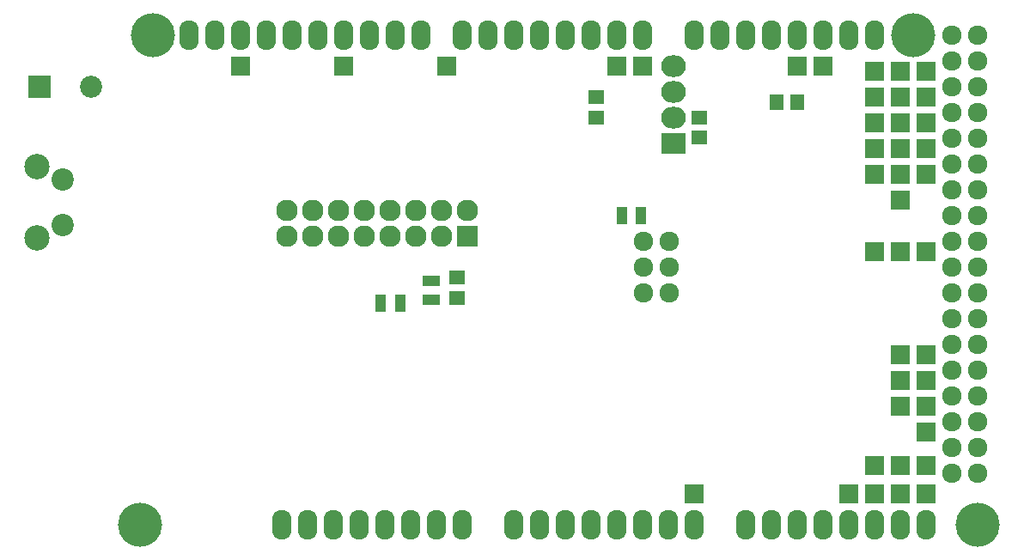
<source format=gbs>
G04 #@! TF.FileFunction,Soldermask,Bot*
%FSLAX46Y46*%
G04 Gerber Fmt 4.6, Leading zero omitted, Abs format (unit mm)*
G04 Created by KiCad (PCBNEW 4.0.2-4+6225~38~ubuntu14.04.1-stable) date Fri 18 Mar 2016 20:16:10 GMT*
%MOMM*%
G01*
G04 APERTURE LIST*
%ADD10C,0.100000*%
%ADD11R,1.650000X1.400000*%
%ADD12R,1.400000X1.650000*%
%ADD13R,2.432000X2.127200*%
%ADD14O,2.432000X2.127200*%
%ADD15R,2.127200X2.127200*%
%ADD16O,2.127200X2.127200*%
%ADD17R,1.924000X1.924000*%
%ADD18R,1.100000X1.700000*%
%ADD19R,1.700000X1.100000*%
%ADD20R,2.178000X2.178000*%
%ADD21C,2.178000*%
%ADD22C,2.200000*%
%ADD23C,2.500000*%
%ADD24O,1.924000X2.940000*%
%ADD25C,4.337000*%
%ADD26C,1.924000*%
G04 APERTURE END LIST*
D10*
D11*
X193040000Y-91408000D03*
X193040000Y-89408000D03*
X169164000Y-107172000D03*
X169164000Y-105172000D03*
D12*
X200692000Y-87884000D03*
X202692000Y-87884000D03*
D11*
X182880000Y-87392000D03*
X182880000Y-89392000D03*
D13*
X190500000Y-91948000D03*
D14*
X190500000Y-89408000D03*
X190500000Y-86868000D03*
X190500000Y-84328000D03*
D15*
X170180000Y-101092000D03*
D16*
X170180000Y-98552000D03*
X167640000Y-101092000D03*
X167640000Y-98552000D03*
X165100000Y-101092000D03*
X165100000Y-98552000D03*
X162560000Y-101092000D03*
X162560000Y-98552000D03*
X160020000Y-101092000D03*
X160020000Y-98552000D03*
X157480000Y-101092000D03*
X157480000Y-98552000D03*
X154940000Y-101092000D03*
X154940000Y-98552000D03*
X152400000Y-101092000D03*
X152400000Y-98552000D03*
D17*
X207772000Y-126492000D03*
X210312000Y-126492000D03*
X212852000Y-126492000D03*
X215392000Y-126492000D03*
X215392000Y-120396000D03*
X215392000Y-117856000D03*
X212852000Y-117856000D03*
X215392000Y-115316000D03*
X212852000Y-115316000D03*
X215392000Y-112776000D03*
X212852000Y-112776000D03*
X147828000Y-84328000D03*
X157988000Y-84328000D03*
X168148000Y-84328000D03*
X184912000Y-84328000D03*
X187452000Y-84328000D03*
X202692000Y-84328000D03*
X205232000Y-84328000D03*
X210312000Y-87376000D03*
X212852000Y-87376000D03*
X215392000Y-87376000D03*
X212852000Y-89916000D03*
X215392000Y-89916000D03*
X212852000Y-92456000D03*
X215392000Y-92456000D03*
X212852000Y-94996000D03*
X215392000Y-94996000D03*
X212852000Y-97536000D03*
X210312000Y-89916000D03*
X210312000Y-94996000D03*
X210312000Y-92456000D03*
X210312000Y-84836000D03*
X212852000Y-84836000D03*
X215392000Y-84836000D03*
X212852000Y-102616000D03*
X215392000Y-102616000D03*
X210312000Y-102616000D03*
D18*
X163576000Y-107696000D03*
X161676000Y-107696000D03*
D19*
X166624000Y-107376000D03*
X166624000Y-105476000D03*
D18*
X185420000Y-99060000D03*
X187320000Y-99060000D03*
D20*
X128016000Y-86360000D03*
D21*
X133096000Y-86360000D03*
D22*
X130282000Y-100004000D03*
X130282000Y-95504000D03*
D23*
X127782000Y-101254000D03*
X127782000Y-94254000D03*
D17*
X210312000Y-123698000D03*
X212852000Y-123698000D03*
X215392000Y-123698000D03*
D24*
X192532000Y-81280000D03*
X195072000Y-81280000D03*
X197612000Y-81280000D03*
X200152000Y-81280000D03*
X202692000Y-81280000D03*
X205232000Y-81280000D03*
X207772000Y-81280000D03*
X210312000Y-81280000D03*
X215392000Y-129540000D03*
X212852000Y-129540000D03*
X210312000Y-129540000D03*
X207772000Y-129540000D03*
X197612000Y-129540000D03*
X192532000Y-129540000D03*
X189992000Y-129540000D03*
X200152000Y-129540000D03*
X202692000Y-129540000D03*
X205232000Y-129540000D03*
X187452000Y-129540000D03*
X184912000Y-129540000D03*
X182372000Y-129540000D03*
X174752000Y-129540000D03*
X177292000Y-129540000D03*
X179832000Y-129540000D03*
X169672000Y-129540000D03*
X167132000Y-129540000D03*
X164592000Y-129540000D03*
X159512000Y-129540000D03*
X156972000Y-129540000D03*
X187452000Y-81280000D03*
X184912000Y-81280000D03*
X182372000Y-81280000D03*
X179832000Y-81280000D03*
X177292000Y-81280000D03*
X174752000Y-81280000D03*
X172212000Y-81280000D03*
X169672000Y-81280000D03*
X165608000Y-81280000D03*
X163068000Y-81280000D03*
X160528000Y-81280000D03*
X157988000Y-81280000D03*
X155448000Y-81280000D03*
X152908000Y-81280000D03*
X150368000Y-81280000D03*
X147828000Y-81280000D03*
X162052000Y-129540000D03*
D25*
X220472000Y-129540000D03*
X214122000Y-81280000D03*
X139192000Y-81280000D03*
X137922000Y-129540000D03*
D26*
X217932000Y-83820000D03*
X220472000Y-83820000D03*
X217932000Y-86360000D03*
X220472000Y-86360000D03*
X217932000Y-88900000D03*
X220472000Y-88900000D03*
X217932000Y-91440000D03*
X220472000Y-91440000D03*
X217932000Y-81280000D03*
X220472000Y-81280000D03*
X220472000Y-93980000D03*
X217932000Y-93980000D03*
X217932000Y-96520000D03*
X220472000Y-96520000D03*
X217932000Y-99060000D03*
X220472000Y-99060000D03*
X217932000Y-101600000D03*
X220472000Y-101600000D03*
X217932000Y-104140000D03*
X220472000Y-104140000D03*
X217932000Y-106680000D03*
X220472000Y-106680000D03*
X217932000Y-109220000D03*
X220472000Y-109220000D03*
X217932000Y-111760000D03*
X220472000Y-111760000D03*
X217932000Y-114300000D03*
X220472000Y-114300000D03*
X217932000Y-116840000D03*
X220472000Y-116840000D03*
X217932000Y-119380000D03*
X220472000Y-119380000D03*
X217932000Y-121920000D03*
X220472000Y-121920000D03*
X217932000Y-124460000D03*
X220472000Y-124460000D03*
D24*
X145288000Y-81280000D03*
X142748000Y-81280000D03*
D26*
X187579000Y-101600000D03*
X190119000Y-101600000D03*
X187579000Y-104140000D03*
X187579000Y-106680000D03*
X190119000Y-104140000D03*
X190119000Y-106680000D03*
D24*
X154432000Y-129540000D03*
X151892000Y-129540000D03*
D17*
X192532000Y-126492000D03*
M02*

</source>
